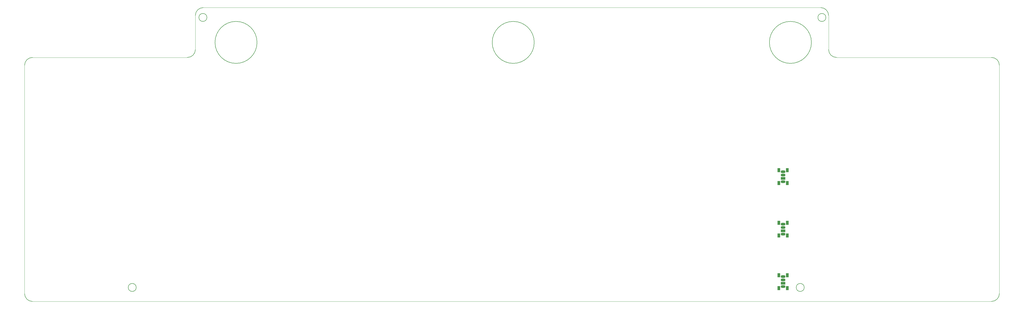
<source format=gbr>
%TF.GenerationSoftware,KiCad,Pcbnew,(6.99.0-5337-gc57e6db79a-dirty)*%
%TF.CreationDate,2023-01-28T02:06:46-05:00*%
%TF.ProjectId,m0116,6d303131-362e-46b6-9963-61645f706362,rev?*%
%TF.SameCoordinates,Original*%
%TF.FileFunction,Soldermask,Top*%
%TF.FilePolarity,Negative*%
%FSLAX46Y46*%
G04 Gerber Fmt 4.6, Leading zero omitted, Abs format (unit mm)*
G04 Created by KiCad (PCBNEW (6.99.0-5337-gc57e6db79a-dirty)) date 2023-01-28 02:06:46*
%MOMM*%
%LPD*%
G01*
G04 APERTURE LIST*
%ADD10R,1.000000X1.500000*%
%ADD11O,1.800000X1.070000*%
%ADD12R,1.800000X1.070000*%
%TA.AperFunction,Profile*%
%ADD13C,0.150000*%
%TD*%
%TA.AperFunction,Profile*%
%ADD14C,0.050000*%
%TD*%
%TA.AperFunction,Profile*%
%ADD15C,0.200000*%
%TD*%
G04 APERTURE END LIST*
D10*
%TO.C,LED1*%
X291089999Y-125889999D03*
D11*
X292689999Y-122804999D03*
D10*
X294289999Y-125889999D03*
D11*
X292689999Y-125344999D03*
D12*
X292689999Y-124074999D03*
D10*
X294289999Y-120989999D03*
D11*
X292689999Y-121534999D03*
D10*
X291089999Y-120989999D03*
%TD*%
%TO.C,LED2*%
X291089999Y-105889999D03*
D11*
X292689999Y-102804999D03*
D10*
X294289999Y-105889999D03*
D11*
X292689999Y-105344999D03*
D12*
X292689999Y-104074999D03*
D10*
X294289999Y-100989999D03*
D11*
X292689999Y-101534999D03*
D10*
X291089999Y-100989999D03*
%TD*%
%TO.C,LED3*%
X291089999Y-85889999D03*
D11*
X292689999Y-82804999D03*
D10*
X294289999Y-85889999D03*
D11*
X292689999Y-85344999D03*
D12*
X292689999Y-84074999D03*
D10*
X294289999Y-80989999D03*
D11*
X292689999Y-81534999D03*
D10*
X291089999Y-80989999D03*
%TD*%
D13*
X372000000Y-131000000D02*
G75*
G03*
X375000000Y-128000000I0J3000000D01*
G01*
X4000000Y-128000000D02*
G75*
G03*
X7000000Y-131000000I3000000J0D01*
G01*
D14*
X7000000Y-131000000D02*
X372000000Y-131000000D01*
X375000000Y-128000000D02*
X375000000Y-41000000D01*
X4000000Y-41000000D02*
X4000000Y-128000000D01*
X307000000Y-19000000D02*
X72000000Y-19000000D01*
D15*
X303470000Y-32265000D02*
G75*
G03*
X303470000Y-32265000I-8000000J0D01*
G01*
X73394000Y-22755000D02*
G75*
G03*
X73394000Y-22755000I-1524000J0D01*
G01*
X308969000Y-22765000D02*
G75*
G03*
X308969000Y-22765000I-1524000J0D01*
G01*
D14*
X69000000Y-22000000D02*
X69000000Y-35000000D01*
D13*
X72000000Y-19000000D02*
G75*
G03*
X69000000Y-22000000I0J-3000000D01*
G01*
D14*
X372000000Y-38000000D02*
X313000000Y-38000000D01*
D15*
X46494000Y-125665000D02*
G75*
G03*
X46494000Y-125665000I-1524000J0D01*
G01*
X300719000Y-125665000D02*
G75*
G03*
X300719000Y-125665000I-1524000J0D01*
G01*
D13*
X66000000Y-38000000D02*
G75*
G03*
X69000000Y-35000000I0J3000000D01*
G01*
X375000000Y-41000000D02*
G75*
G03*
X372000000Y-38000000I-3000000J0D01*
G01*
X7000000Y-38000000D02*
G75*
G03*
X4000000Y-41000000I0J-3000000D01*
G01*
D15*
X197970000Y-32265000D02*
G75*
G03*
X197970000Y-32265000I-8000000J0D01*
G01*
D14*
X66000000Y-38000000D02*
X7000000Y-38000000D01*
D13*
X310000000Y-35000000D02*
G75*
G03*
X313000000Y-38000000I3000000J0D01*
G01*
D15*
X92470000Y-32265000D02*
G75*
G03*
X92470000Y-32265000I-8000000J0D01*
G01*
D13*
X310000000Y-22000000D02*
G75*
G03*
X307000000Y-19000000I-3000000J0D01*
G01*
D14*
X310000000Y-35000000D02*
X310000000Y-22000000D01*
X250550000Y-131000000D02*
X250550000Y-131000000D01*
M02*

</source>
